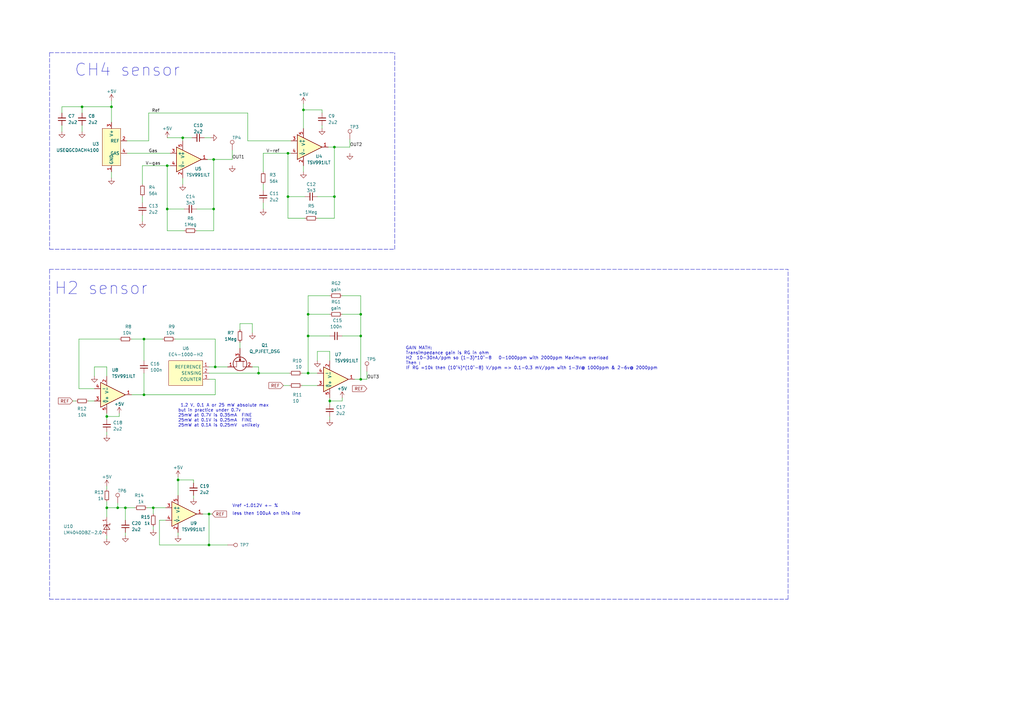
<source format=kicad_sch>
(kicad_sch (version 20211123) (generator eeschema)
  (paper "A3")
  (lib_symbols
    (symbol "Connector:TestPoint" (pin_numbers hide) (pin_names (offset 0.762) hide)
      (property "Reference" "TP" (at 0 6.858 0))
      (property "Value" "TestPoint" (at 0 5.08 0))
      (symbol "TestPoint_0_1"
        (circle (center 0 3.302) (radius 0.762))
      )
      (symbol "TestPoint_1_1"
        (pin passive line (at 0 0 90) (length 2.54) (name "1") (number "1"))
      )
    )
    (symbol "Device:C_Small" (pin_numbers hide) (pin_names (offset 0.254) hide)
      (property "Reference" "C" (at 0.254 1.778 0))
      (property "Value" "C_Small" (at 0.254 -2.032 0))
      (symbol "C_Small_0_1"
        (polyline (pts (xy -1.524 -0.508) (xy 1.524 -0.508)) (stroke (width 0.3302)))
        (polyline (pts (xy -1.524 0.508) (xy 1.524 0.508)) (stroke (width 0.3048)))
      )
      (symbol "C_Small_1_1"
        (pin passive line (at 0 2.54 270) (length 2.032) (name "~") (number "1"))
        (pin passive line (at 0 -2.54 90) (length 2.032) (name "~") (number "2"))
      )
    )
    (symbol "Device:Q_PJFET_DSG" (pin_names (offset 0) hide)
      (property "Reference" "Q" (at 5.08 1.27 0))
      (property "Value" "Q_PJFET_DSG" (at 5.08 -1.27 0))
      (symbol "Q_PJFET_DSG_0_1"
        (polyline (pts (xy 0.254 1.905) (xy 0.254 -1.905) (xy 0.254 -1.905)) (stroke (width 0.254)))
        (polyline (pts (xy 2.54 -2.54) (xy 2.54 -1.27) (xy 0.254 -1.27)))
        (polyline (pts (xy 2.54 2.54) (xy 2.54 1.397) (xy 0.254 1.397)))
        (polyline (pts (xy -1.143 0) (xy -0.127 0.381) (xy -0.127 -0.381) (xy -1.143 0)) (fill (type outline)))
        (circle (center 1.27 0) (radius 2.8194) (stroke (width 0.254)))
      )
      (symbol "Q_PJFET_DSG_1_1"
        (pin passive line (at 2.54 5.08 270) (length 2.54) (name "D") (number "1"))
        (pin passive line (at 2.54 -5.08 90) (length 2.54) (name "S") (number "2"))
        (pin input line (at -5.08 0 0) (length 5.334) (name "G") (number "3"))
      )
    )
    (symbol "Device:R_Small" (pin_numbers hide) (pin_names (offset 0.254) hide)
      (property "Reference" "R" (at 0.762 0.508 0))
      (property "Value" "R_Small" (at 0.762 -1.016 0))
      (symbol "R_Small_0_1"
        (rectangle (start -0.762 1.778) (end 0.762 -1.778) (stroke (width 0.2032)))
      )
      (symbol "R_Small_1_1"
        (pin passive line (at 0 2.54 270) (length 0.762) (name "~") (number "1"))
        (pin passive line (at 0 -2.54 90) (length 0.762) (name "~") (number "2"))
      )
    )
    (symbol "My_custom_lib:EC4-1000-H2"
      (property "Reference" "U" (at 7.62 8.89 0))
      (property "Value" "EC4-1000-H2" (at -2.54 6.35 0))
      (symbol "EC4-1000-H2_0_1"
        (rectangle (start 3.81 5.08) (end -10.16 -5.08) (fill (type background)))
      )
      (symbol "EC4-1000-H2_1_1"
        (pin input line (at 6.35 2.54 180) (length 2.54) (name "REFERENCE") (number "1"))
        (pin input line (at 6.35 0 180) (length 2.54) (name "SENSING") (number "2"))
        (pin input line (at 6.35 -2.54 180) (length 2.54) (name "COUNTER") (number "3"))
      )
    )
    (symbol "My_custom_lib:TSV991ILT"
      (property "Reference" "U" (at 1.27 10.16 0))
      (property "Value" "TSV991ILT" (at 7.62 6.35 0))
      (symbol "TSV991ILT_0_1"
        (polyline (pts (xy -2.54 5.08) (xy 7.62 0) (xy -2.54 -5.08) (xy -2.54 5.08)) (stroke (width 0.254)) (fill (type background)))
        (pin power_in line (at 0 -7.62 90) (length 3.81) (name "V-") (number "2"))
        (pin power_in line (at 0 7.62 270) (length 3.81) (name "V+") (number "5"))
      )
      (symbol "TSV991ILT_1_1"
        (pin output line (at 10.16 0 180) (length 2.54) (name "~") (number "1"))
        (pin input line (at -5.08 2.54 0) (length 2.54) (name "+") (number "3"))
        (pin input line (at -5.08 -2.54 0) (length 2.54) (name "-") (number "4"))
      )
    )
    (symbol "My_custom_lib:USEQGCDACH4100"
      (property "Reference" "U" (at 16.51 11.43 0))
      (property "Value" "USEQGCDACH4100" (at 16.51 11.43 0))
      (symbol "USEQGCDACH4100_0_1"
        (rectangle (start 3.81 7.62) (end -3.81 -7.62) (fill (type background)))
      )
      (symbol "USEQGCDACH4100_1_1"
        (pin input line (at 0 -10.16 90) (length 2.54) (name "GND") (number "1"))
        (pin input line (at 6.35 2.54 180) (length 2.54) (name "REF") (number "2"))
        (pin input line (at 0 10.16 270) (length 2.54) (name "V+") (number "3"))
        (pin input line (at 6.35 -2.54 180) (length 2.54) (name "GAS") (number "4"))
      )
    )
    (symbol "Reference_Voltage:LM4040DBZ-2.0" (pin_names (offset 0.0254) hide)
      (property "Reference" "U" (at 0 2.54 0))
      (property "Value" "LM4040DBZ-2.0" (at 0 -3.175 0))
      (symbol "LM4040DBZ-2.0_0_1"
        (polyline (pts (xy -1.27 0) (xy 0 0) (xy 1.27 0)))
        (polyline (pts (xy -1.27 -1.27) (xy 0.635 0) (xy -1.27 1.27) (xy -1.27 -1.27)) (stroke (width 0.2032)))
        (polyline (pts (xy 0 -1.27) (xy 0.635 -1.27) (xy 0.635 1.27) (xy 1.27 1.27)) (stroke (width 0.2032)))
      )
      (symbol "LM4040DBZ-2.0_1_1"
        (pin passive line (at 3.81 0 180) (length 2.54) (name "K") (number "1"))
        (pin passive line (at -3.81 0 0) (length 2.54) (name "A") (number "2"))
      )
    )
    (symbol "power:+5V" (power) (pin_names (offset 0))
      (property "Value" "+5V" (at 0 3.556 0))
      (symbol "+5V_0_1"
        (polyline (pts (xy -0.762 1.27) (xy 0 2.54)))
        (polyline (pts (xy 0 0) (xy 0 2.54)))
        (polyline (pts (xy 0 2.54) (xy 0.762 1.27)))
      )
      (symbol "+5V_1_1"
        (pin power_in line (at 0 0 90) (length 0) hide (name "+5V") (number "1"))
      )
    )
    (symbol "power:GND" (power) (pin_names (offset 0))
      (property "Value" "GND" (at 0 -3.81 0))
      (symbol "GND_0_1"
        (polyline (pts (xy 0 0) (xy 0 -1.27) (xy 1.27 -1.27) (xy 0 -2.54) (xy -1.27 -1.27) (xy 0 -1.27)))
      )
      (symbol "GND_1_1"
        (pin power_in line (at 0 0 270) (length 0) hide (name "GND") (number "1"))
      )
    )
  )
  (junction (at 48.26 208.28))
  (junction (at 147.955 155.575))
  (junction (at 135.255 164.465))
  (junction (at 87.63 65.405))
  (junction (at 147.955 137.795))
  (junction (at 33.655 43.815))
  (junction (at 68.58 67.945))
  (junction (at 68.58 85.725))
  (junction (at 85.725 223.52))
  (junction (at 43.815 208.28))
  (junction (at 59.055 161.925))
  (junction (at 51.435 208.28))
  (junction (at 118.11 62.865))
  (junction (at 43.815 170.815))
  (junction (at 85.725 210.82))
  (junction (at 106.045 153.035))
  (junction (at 73.025 196.85))
  (junction (at 126.365 128.905))
  (junction (at 124.46 45.085))
  (junction (at 88.265 150.495))
  (junction (at 59.055 139.065))
  (junction (at 87.63 85.725))
  (junction (at 118.11 80.645))
  (junction (at 45.72 43.815))
  (junction (at 126.365 153.035))
  (junction (at 137.16 60.325))
  (junction (at 62.865 208.28))
  (junction (at 74.93 56.515))
  (junction (at 147.955 128.905))
  (junction (at 137.16 80.645))
  (junction (at 126.365 137.795))
  (wire (pts (xy 68.58 67.945) (xy 69.85 67.945)))
  (wire (pts (xy 33.655 46.355) (xy 33.655 43.815)))
  (wire (pts (xy 132.08 45.085) (xy 132.08 46.355)))
  (wire (pts (xy 135.255 121.285) (xy 126.365 121.285)))
  (polyline (pts (xy 20.32 245.745) (xy 323.215 245.745)))
  (wire (pts (xy 43.815 170.815) (xy 43.815 172.085)))
  (polyline (pts (xy 20.32 110.49) (xy 20.32 245.745)))
  (wire (pts (xy 33.655 53.975) (xy 33.655 51.435)))
  (wire (pts (xy 65.405 213.36) (xy 65.405 223.52)))
  (polyline (pts (xy 20.32 21.59) (xy 161.925 21.59)))
  (wire (pts (xy 73.025 195.58) (xy 73.025 196.85)))
  (wire (pts (xy 106.045 150.495) (xy 106.045 153.035)))
  (wire (pts (xy 107.95 78.105) (xy 107.95 75.565)))
  (wire (pts (xy 87.63 94.615) (xy 87.63 85.725)))
  (wire (pts (xy 107.95 62.865) (xy 118.11 62.865)))
  (wire (pts (xy 88.265 150.495) (xy 93.345 150.495)))
  (wire (pts (xy 135.255 147.955) (xy 135.255 144.145)))
  (wire (pts (xy 48.895 139.065) (xy 32.385 139.065)))
  (wire (pts (xy 118.11 62.865) (xy 118.11 80.645)))
  (wire (pts (xy 59.055 161.925) (xy 88.265 161.925)))
  (wire (pts (xy 126.365 137.795) (xy 126.365 153.035)))
  (polyline (pts (xy 20.32 110.49) (xy 323.215 110.49)))
  (wire (pts (xy 137.16 80.645) (xy 137.16 60.325)))
  (wire (pts (xy 74.93 75.565) (xy 74.93 73.025)))
  (wire (pts (xy 85.725 150.495) (xy 88.265 150.495)))
  (polyline (pts (xy 20.32 102.235) (xy 161.925 102.235)))
  (wire (pts (xy 147.955 137.795) (xy 140.335 137.795)))
  (wire (pts (xy 88.265 139.065) (xy 71.755 139.065)))
  (wire (pts (xy 48.895 169.545) (xy 48.895 170.815)))
  (polyline (pts (xy 161.925 102.235) (xy 161.925 21.59)))
  (wire (pts (xy 45.72 43.815) (xy 45.72 50.165)))
  (wire (pts (xy 130.175 80.645) (xy 137.16 80.645)))
  (wire (pts (xy 79.375 196.85) (xy 79.375 198.12)))
  (wire (pts (xy 106.045 153.035) (xy 118.745 153.035)))
  (wire (pts (xy 147.955 137.795) (xy 147.955 128.905)))
  (wire (pts (xy 150.495 155.575) (xy 150.495 152.4)))
  (wire (pts (xy 147.955 155.575) (xy 150.495 155.575)))
  (wire (pts (xy 38.735 164.465) (xy 36.195 164.465)))
  (wire (pts (xy 73.025 196.85) (xy 73.025 203.2)))
  (wire (pts (xy 60.96 46.355) (xy 101.6 46.355)))
  (wire (pts (xy 137.16 89.535) (xy 137.16 80.645)))
  (wire (pts (xy 119.38 57.785) (xy 101.6 57.785)))
  (wire (pts (xy 124.46 45.085) (xy 132.08 45.085)))
  (wire (pts (xy 135.255 164.465) (xy 135.255 165.735)))
  (wire (pts (xy 118.11 62.865) (xy 119.38 62.865)))
  (wire (pts (xy 85.725 210.82) (xy 83.185 210.82)))
  (wire (pts (xy 103.505 132.715) (xy 103.505 136.525)))
  (wire (pts (xy 85.725 223.52) (xy 93.345 223.52)))
  (wire (pts (xy 135.255 163.195) (xy 135.255 164.465)))
  (wire (pts (xy 103.505 150.495) (xy 106.045 150.495)))
  (wire (pts (xy 86.36 56.515) (xy 83.82 56.515)))
  (wire (pts (xy 107.95 85.725) (xy 107.95 83.185)))
  (wire (pts (xy 43.815 150.495) (xy 38.735 150.495)))
  (wire (pts (xy 25.4 43.815) (xy 33.655 43.815)))
  (wire (pts (xy 126.365 153.035) (xy 123.825 153.035)))
  (wire (pts (xy 147.955 128.905) (xy 140.335 128.905)))
  (wire (pts (xy 147.955 155.575) (xy 147.955 137.795)))
  (wire (pts (xy 43.815 178.435) (xy 43.815 177.165)))
  (wire (pts (xy 66.675 139.065) (xy 59.055 139.065)))
  (wire (pts (xy 87.63 85.725) (xy 87.63 65.405)))
  (wire (pts (xy 51.435 219.71) (xy 51.435 218.44)))
  (wire (pts (xy 25.4 53.975) (xy 25.4 51.435)))
  (wire (pts (xy 48.895 170.815) (xy 43.815 170.815)))
  (wire (pts (xy 130.175 153.035) (xy 126.365 153.035)))
  (wire (pts (xy 107.95 70.485) (xy 107.95 62.865)))
  (wire (pts (xy 48.26 208.28) (xy 43.815 208.28)))
  (wire (pts (xy 147.955 128.905) (xy 147.955 121.285)))
  (wire (pts (xy 118.11 89.535) (xy 125.095 89.535)))
  (wire (pts (xy 143.51 60.325) (xy 143.51 57.15)))
  (wire (pts (xy 52.07 57.785) (xy 60.96 57.785)))
  (wire (pts (xy 69.85 62.865) (xy 52.07 62.865)))
  (wire (pts (xy 106.045 153.035) (xy 85.725 153.035)))
  (wire (pts (xy 45.72 41.275) (xy 45.72 43.815)))
  (wire (pts (xy 48.26 208.28) (xy 48.26 206.375)))
  (wire (pts (xy 58.42 75.565) (xy 58.42 67.945)))
  (wire (pts (xy 43.815 169.545) (xy 43.815 170.815)))
  (wire (pts (xy 95.25 65.405) (xy 87.63 65.405)))
  (wire (pts (xy 51.435 208.28) (xy 48.26 208.28)))
  (polyline (pts (xy 323.215 245.745) (xy 323.215 110.49)))
  (wire (pts (xy 55.245 208.28) (xy 51.435 208.28)))
  (wire (pts (xy 135.255 144.145) (xy 130.175 144.145)))
  (wire (pts (xy 68.58 94.615) (xy 75.565 94.615)))
  (wire (pts (xy 95.25 65.405) (xy 95.25 61.595)))
  (wire (pts (xy 45.72 73.025) (xy 45.72 70.485)))
  (wire (pts (xy 135.255 137.795) (xy 126.365 137.795)))
  (wire (pts (xy 60.325 208.28) (xy 62.865 208.28)))
  (wire (pts (xy 98.425 142.875) (xy 98.425 140.335)))
  (wire (pts (xy 132.08 52.705) (xy 132.08 51.435)))
  (wire (pts (xy 73.025 219.71) (xy 73.025 218.44)))
  (wire (pts (xy 43.815 208.28) (xy 43.815 212.09)))
  (wire (pts (xy 73.025 196.85) (xy 79.375 196.85)))
  (wire (pts (xy 58.42 83.185) (xy 58.42 80.645)))
  (wire (pts (xy 43.815 154.305) (xy 43.815 150.495)))
  (wire (pts (xy 140.335 163.195) (xy 140.335 164.465)))
  (wire (pts (xy 67.945 208.28) (xy 62.865 208.28)))
  (wire (pts (xy 79.375 204.47) (xy 79.375 203.2)))
  (wire (pts (xy 80.645 94.615) (xy 87.63 94.615)))
  (wire (pts (xy 25.4 46.355) (xy 25.4 43.815)))
  (wire (pts (xy 87.63 65.405) (xy 85.09 65.405)))
  (wire (pts (xy 98.425 135.255) (xy 98.425 132.715)))
  (polyline (pts (xy 20.32 21.59) (xy 20.32 102.235)))
  (wire (pts (xy 74.93 56.515) (xy 78.74 56.515)))
  (wire (pts (xy 135.255 128.905) (xy 126.365 128.905)))
  (wire (pts (xy 130.175 158.115) (xy 123.825 158.115)))
  (wire (pts (xy 58.42 67.945) (xy 68.58 67.945)))
  (wire (pts (xy 85.725 223.52) (xy 85.725 210.82)))
  (wire (pts (xy 98.425 132.715) (xy 103.505 132.715)))
  (wire (pts (xy 68.58 67.945) (xy 68.58 85.725)))
  (wire (pts (xy 59.055 139.065) (xy 59.055 147.955)))
  (wire (pts (xy 130.175 144.145) (xy 130.175 147.955)))
  (wire (pts (xy 118.11 80.645) (xy 125.095 80.645)))
  (wire (pts (xy 51.435 208.28) (xy 51.435 213.36)))
  (wire (pts (xy 33.655 43.815) (xy 45.72 43.815)))
  (wire (pts (xy 58.42 90.805) (xy 58.42 88.265)))
  (wire (pts (xy 101.6 46.355) (xy 101.6 57.785)))
  (wire (pts (xy 80.645 85.725) (xy 87.63 85.725)))
  (wire (pts (xy 88.265 161.925) (xy 88.265 155.575)))
  (wire (pts (xy 43.815 220.98) (xy 43.815 219.71)))
  (wire (pts (xy 43.815 205.74) (xy 43.815 208.28)))
  (wire (pts (xy 126.365 121.285) (xy 126.365 128.905)))
  (wire (pts (xy 124.46 70.485) (xy 124.46 67.945)))
  (wire (pts (xy 67.945 213.36) (xy 65.405 213.36)))
  (wire (pts (xy 68.58 85.725) (xy 68.58 94.615)))
  (wire (pts (xy 126.365 128.905) (xy 126.365 137.795)))
  (wire (pts (xy 116.205 158.115) (xy 118.745 158.115)))
  (wire (pts (xy 145.415 155.575) (xy 147.955 155.575)))
  (wire (pts (xy 32.385 139.065) (xy 32.385 159.385)))
  (wire (pts (xy 62.865 208.28) (xy 62.865 210.82)))
  (wire (pts (xy 59.055 139.065) (xy 53.975 139.065)))
  (wire (pts (xy 135.255 172.085) (xy 135.255 170.815)))
  (wire (pts (xy 59.055 153.035) (xy 59.055 161.925)))
  (wire (pts (xy 62.865 217.17) (xy 62.865 215.9)))
  (wire (pts (xy 130.175 89.535) (xy 137.16 89.535)))
  (wire (pts (xy 68.58 56.515) (xy 74.93 56.515)))
  (wire (pts (xy 124.46 45.085) (xy 124.46 52.705)))
  (wire (pts (xy 88.265 155.575) (xy 85.725 155.575)))
  (wire (pts (xy 74.93 56.515) (xy 74.93 57.785)))
  (wire (pts (xy 143.51 60.325) (xy 137.16 60.325)))
  (wire (pts (xy 68.58 85.725) (xy 75.565 85.725)))
  (wire (pts (xy 86.995 210.82) (xy 85.725 210.82)))
  (wire (pts (xy 137.16 60.325) (xy 134.62 60.325)))
  (wire (pts (xy 88.265 150.495) (xy 88.265 139.065)))
  (wire (pts (xy 38.735 150.495) (xy 38.735 154.305)))
  (wire (pts (xy 29.845 164.465) (xy 31.115 164.465)))
  (wire (pts (xy 53.975 161.925) (xy 59.055 161.925)))
  (wire (pts (xy 118.11 80.645) (xy 118.11 89.535)))
  (wire (pts (xy 43.815 200.66) (xy 43.815 199.39)))
  (wire (pts (xy 124.46 42.545) (xy 124.46 45.085)))
  (wire (pts (xy 60.96 57.785) (xy 60.96 46.355)))
  (wire (pts (xy 65.405 223.52) (xy 85.725 223.52)))
  (wire (pts (xy 140.335 164.465) (xy 135.255 164.465)))
  (wire (pts (xy 38.735 159.385) (xy 32.385 159.385)))
  (wire (pts (xy 147.955 121.285) (xy 140.335 121.285)))
  (text "GAIN MATH: \nTransimpedance gain is RG in ohm\nH2  10-30nA/ppm so (1-3)*10^-8   0-1000ppm with 2000ppm Maximum overload\nThen :\nIF RG =10k then (10^4)*(10^-8) V/ppm => 0.1-0.3 mV/ppm with 1-3V@ 1000ppm & 2-6v@ 2000ppm" (at 166.37 151.765 0) (effects (font (size 1.27 1.27)) (justify left bottom)))
  (text "Vref ~1.012V +- %" (at 95.25 208.28 0) (effects (font (size 1.27 1.27)) (justify left bottom)))
  (text "less then 100uA on this line" (at 95.25 211.455 0) (effects (font (size 1.27 1.27)) (justify left bottom)))
  (text "CH4 sensor" (at 30.48 31.75 0) (effects (font (size 5 5)) (justify left bottom)))
  (text " 1.2 V, 0.1 A or 25 mW absolute max\nbut in practice under 0.7v\n25mW at 0.7V is 0.35mA  FINE\n25mW at 0.1V is 0.25mA  FINE\n25mW at 0.1A is 0.25mV  unlikely" (at 73.025 175.26 0) (effects (font (size 1.27 1.27)) (justify left bottom)))
  (text "H2 sensor" (at 22.225 121.285 0) (effects (font (size 5 5)) (justify left bottom)))
  (label "Gas" (at 60.96 62.865 0))
  (label "Ref" (at 62.23 46.355 0))
  (label "OUT1" (at 95.25 65.405 0))
  (label "V-gas" (at 59.69 67.945 0))
  (label "V-ref" (at 109.22 62.865 0))
  (label "OUT3" (at 150.495 155.575 0))
  (label "OUT2" (at 143.51 60.325 0))
  (global_label "REF" (shape input) (at 86.995 210.82 0) (property "Intersheet References" "${INTERSHEET_REFS}" (effects hide)))
  (global_label "REF" (shape input) (at 116.205 158.115 180) (property "Intersheet References" "${INTERSHEET_REFS}" (effects hide)))
  (global_label "REF" (shape input) (at 150.495 159.385 180) (property "Intersheet References" "${INTERSHEET_REFS}" (effects hide)))
  (global_label "REF" (shape input) (at 29.845 164.465 180) (property "Intersheet References" "${INTERSHEET_REFS}" (effects hide)))
  (symbol (lib_id "power:+5V") (at 124.46 42.545 0) (unit 1)
    (property "Reference" "#PWR015" (effects hide))
    (property "Value" "+5V" (at 124.46 38.735 0))
  )
  (symbol (lib_id "power:GND") (at 58.42 90.805 0) (unit 1)
    (property "Reference" "#PWR027" (effects hide))
    (property "Value" "GND" (effects hide))
  )
  (symbol (lib_id "Connector:TestPoint") (at 93.345 223.52 270) (unit 1) (in_bom no)
    (property "Reference" "TP7" (at 98.425 223.5199 90) (effects (justify left)))
    (property "Value" "TestPoint" (effects hide))
    (property "Footprint" "TestPoint:TestPoint_THTPad_2.0x2.0mm_Drill1.0mm" (effects hide))
  )
  (symbol (lib_id "Device:C_Small") (at 58.42 85.725 180) (unit 1)
    (property "Reference" "C13" (at 60.96 84.4485 0) (effects (justify right)))
    (property "Value" "2u2" (at 60.96 86.9885 0) (effects (justify right)))
    (property "Footprint" "Capacitor_SMD:C_0603_1608Metric" (effects hide))
    (property "LCSC" "C23630" (effects hide))
  )
  (symbol (lib_id "Device:C_Small") (at 33.655 48.895 180) (unit 1)
    (property "Reference" "C8" (at 36.195 47.6185 0) (effects (justify right)))
    (property "Value" "2u2" (at 36.195 50.1585 0) (effects (justify right)))
    (property "Footprint" "Capacitor_SMD:C_0603_1608Metric" (effects hide))
    (property "LCSC" "C23630" (effects hide))
  )
  (symbol (lib_id "Device:R_Small") (at 121.285 158.115 90) (unit 1)
    (property "Reference" "R11" (at 120.015 161.925 90) (effects (justify right)))
    (property "Value" "10" (at 120.015 164.465 90) (effects (justify right)))
    (property "Footprint" "Resistor_SMD:R_0603_1608Metric" (effects hide))
    (property "LCSC" "C22859" (effects hide))
  )
  (symbol (lib_id "Device:R_Small") (at 69.215 139.065 270) (unit 1)
    (property "Reference" "R9" (at 71.755 133.985 90) (effects (justify right)))
    (property "Value" "10k" (at 71.755 136.525 90) (effects (justify right)))
    (property "Footprint" "Resistor_SMD:R_0603_1608Metric" (effects hide))
    (property "LCSC" "C25804" (effects hide))
  )
  (symbol (lib_id "power:GND") (at 107.95 85.725 0) (unit 1)
    (property "Reference" "#PWR026" (effects hide))
    (property "Value" "GND" (effects hide))
  )
  (symbol (lib_id "Device:R_Small") (at 43.815 203.2 0) (unit 1)
    (property "Reference" "R13" (at 42.545 201.93 0) (effects (justify right)))
    (property "Value" "1k" (at 42.545 204.47 0) (effects (justify right)))
    (property "Footprint" "Resistor_SMD:R_0603_1608Metric" (effects hide))
    (property "LCSC" "C21190" (effects hide))
  )
  (symbol (lib_id "Device:R_Small") (at 62.865 213.36 0) (unit 1)
    (property "Reference" "R15" (at 61.595 212.09 0) (effects (justify right)))
    (property "Value" "1k" (at 61.595 214.63 0) (effects (justify right)))
    (property "Footprint" "Resistor_SMD:R_0603_1608Metric" (effects hide))
    (property "LCSC" "C21190" (effects hide))
  )
  (symbol (lib_id "power:GND") (at 124.46 70.485 0) (unit 1)
    (property "Reference" "#PWR023" (effects hide))
    (property "Value" "GND" (effects hide))
  )
  (symbol (lib_id "power:+5V") (at 68.58 56.515 0) (unit 1)
    (property "Reference" "#PWR019" (effects hide))
    (property "Value" "+5V" (at 68.58 52.705 0))
  )
  (symbol (lib_id "power:GND") (at 130.175 147.955 0) (unit 1)
    (property "Reference" "#PWR029" (effects hide))
    (property "Value" "GND" (effects hide))
  )
  (symbol (lib_id "Device:R_Small") (at 127.635 89.535 270) (unit 1)
    (property "Reference" "R5" (at 127.635 84.455 90))
    (property "Value" "1Meg" (at 127.635 86.995 90))
    (property "Footprint" "Resistor_SMD:R_0603_1608Metric" (effects hide))
    (property "LCSC" "C22935" (effects hide))
  )
  (symbol (lib_id "Device:R_Small") (at 137.795 128.905 270) (unit 1)
    (property "Reference" "RG1" (at 137.795 123.825 90))
    (property "Value" "gain" (at 137.795 126.365 90))
    (property "Footprint" "Resistor_SMD:R_0603_1608Metric" (effects hide))
    (property "LCSC" "x" (effects hide))
  )
  (symbol (lib_id "power:GND") (at 132.08 52.705 0) (unit 1)
    (property "Reference" "#PWR016" (effects hide))
    (property "Value" "GND" (effects hide))
  )
  (symbol (lib_id "power:GND") (at 74.93 75.565 0) (unit 1)
    (property "Reference" "#PWR025" (effects hide))
    (property "Value" "GND" (effects hide))
  )
  (symbol (lib_id "power:GND") (at 45.72 73.025 0) (unit 1)
    (property "Reference" "#PWR024" (effects hide))
    (property "Value" "GND" (effects hide))
  )
  (symbol (lib_id "power:+5V") (at 43.815 199.39 0) (unit 1)
    (property "Reference" "#PWR036" (effects hide))
    (property "Value" "+5V" (at 43.815 195.58 0))
  )
  (symbol (lib_id "Device:R_Small") (at 58.42 78.105 180) (unit 1)
    (property "Reference" "R4" (at 60.96 76.8349 0) (effects (justify right)))
    (property "Value" "56k" (at 60.96 79.3749 0) (effects (justify right)))
    (property "Footprint" "Resistor_SMD:R_0603_1608Metric" (effects hide))
    (property "LCSC" "C23206" (effects hide))
  )
  (symbol (lib_id "power:GND") (at 86.36 56.515 90) (unit 1)
    (property "Reference" "#PWR020" (effects hide))
    (property "Value" "GND" (effects hide))
  )
  (symbol (lib_id "Device:R_Small") (at 57.785 208.28 270) (unit 1)
    (property "Reference" "R14" (at 59.055 203.2 90) (effects (justify right)))
    (property "Value" "1k" (at 59.055 205.74 90) (effects (justify right)))
    (property "Footprint" "Resistor_SMD:R_0603_1608Metric" (effects hide))
    (property "LCSC" "C21190" (effects hide))
  )
  (symbol (lib_id "Device:C_Small") (at 25.4 48.895 180) (unit 1)
    (property "Reference" "C7" (at 27.94 47.6185 0) (effects (justify right)))
    (property "Value" "2u2" (at 27.94 50.1585 0) (effects (justify right)))
    (property "Footprint" "Capacitor_SMD:C_0603_1608Metric" (effects hide))
    (property "LCSC" "C23630" (effects hide))
  )
  (symbol (lib_id "power:+5V") (at 140.335 163.195 0) (unit 1)
    (property "Reference" "#PWR031" (effects hide))
    (property "Value" "+5V" (at 140.335 159.385 0))
  )
  (symbol (lib_id "Device:R_Small") (at 78.105 94.615 270) (unit 1)
    (property "Reference" "R6" (at 78.105 89.535 90))
    (property "Value" "1Meg" (at 78.105 92.075 90))
    (property "Footprint" "Resistor_SMD:R_0603_1608Metric" (effects hide))
    (property "LCSC" "C22935" (effects hide))
  )
  (symbol (lib_id "Connector:TestPoint") (at 48.26 206.375 0) (unit 1) (in_bom no)
    (property "Reference" "TP6" (at 48.2599 201.295 0) (effects (justify left)))
    (property "Value" "TestPoint" (effects hide))
    (property "Footprint" "TestPoint:TestPoint_THTPad_2.0x2.0mm_Drill1.0mm" (effects hide))
  )
  (symbol (lib_id "power:+5V") (at 73.025 195.58 0) (unit 1)
    (property "Reference" "#PWR035" (effects hide))
    (property "Value" "+5V" (at 73.025 191.77 0))
  )
  (symbol (lib_id "Device:Q_PJFET_DSG") (at 98.425 147.955 90) (mirror x) (unit 1)
    (property "Reference" "Q1" (at 108.585 141.605 90))
    (property "Value" "Q_PJFET_DSG" (at 108.585 144.145 90))
    (property "Footprint" "Package_TO_SOT_SMD:SOT-23" (effects hide))
    (property "LCSC" "C106763" (effects hide))
  )
  (symbol (lib_id "My_custom_lib:TSV991ILT") (at 73.025 210.82 0) (unit 1)
    (property "Reference" "U9" (at 79.375 214.63 0))
    (property "Value" "TSV991ILT" (at 79.375 217.17 0))
    (property "Footprint" "Package_TO_SOT_SMD:SOT-23-5_HandSoldering" (effects hide))
    (property "LCSC" "C157443" (effects hide))
  )
  (symbol (lib_id "Device:R_Small") (at 107.95 73.025 180) (unit 1)
    (property "Reference" "R3" (at 110.49 71.7549 0) (effects (justify right)))
    (property "Value" "56k" (at 110.49 74.2949 0) (effects (justify right)))
    (property "Footprint" "Resistor_SMD:R_0603_1608Metric" (effects hide))
    (property "LCSC" "C23206" (effects hide))
  )
  (symbol (lib_id "Device:C_Small") (at 59.055 150.495 180) (unit 1)
    (property "Reference" "C16" (at 61.6015 149.225 0) (effects (justify right)))
    (property "Value" "100n" (at 61.595 151.765 0) (effects (justify right)))
    (property "Footprint" "Capacitor_SMD:C_0603_1608Metric" (effects hide))
    (property "LCSC" "C14663" (effects hide))
  )
  (symbol (lib_id "Device:C_Small") (at 78.105 85.725 270) (unit 1)
    (property "Reference" "C14" (at 78.105 80.645 90))
    (property "Value" "3n3" (at 78.105 83.185 90))
    (property "Footprint" "Capacitor_SMD:C_0603_1608Metric" (effects hide))
    (property "LCSC" "C1613" (effects hide))
  )
  (symbol (lib_id "power:+5V") (at 45.72 41.275 0) (unit 1)
    (property "Reference" "#PWR014" (effects hide))
    (property "Value" "+5V" (at 45.72 37.465 0))
  )
  (symbol (lib_id "Device:R_Small") (at 51.435 139.065 270) (unit 1)
    (property "Reference" "R8" (at 53.975 133.985 90) (effects (justify right)))
    (property "Value" "10k" (at 53.975 136.525 90) (effects (justify right)))
    (property "Footprint" "Resistor_SMD:R_0603_1608Metric" (effects hide))
    (property "LCSC" "C25804" (effects hide))
  )
  (symbol (lib_id "power:GND") (at 103.505 136.525 0) (unit 1)
    (property "Reference" "#PWR028" (effects hide))
    (property "Value" "GND" (effects hide))
  )
  (symbol (lib_id "power:GND") (at 33.655 53.975 0) (unit 1)
    (property "Reference" "#PWR018" (effects hide))
    (property "Value" "GND" (effects hide))
  )
  (symbol (lib_id "Device:C_Small") (at 79.375 200.66 180) (unit 1)
    (property "Reference" "C19" (at 81.915 199.3835 0) (effects (justify right)))
    (property "Value" "2u2" (at 81.915 201.9235 0) (effects (justify right)))
    (property "Footprint" "Capacitor_SMD:C_0603_1608Metric" (effects hide))
    (property "LCSC" "C23630" (effects hide))
  )
  (symbol (lib_id "Device:C_Small") (at 43.815 174.625 180) (unit 1)
    (property "Reference" "C18" (at 46.355 173.3485 0) (effects (justify right)))
    (property "Value" "2u2" (at 46.355 175.8885 0) (effects (justify right)))
    (property "Footprint" "Capacitor_SMD:C_0603_1608Metric" (effects hide))
    (property "LCSC" "C23630" (effects hide))
  )
  (symbol (lib_id "power:GND") (at 43.815 178.435 0) (unit 1)
    (property "Reference" "#PWR034" (effects hide))
    (property "Value" "GND" (effects hide))
  )
  (symbol (lib_id "power:GND") (at 143.51 62.865 0) (unit 1)
    (property "Reference" "#PWR021" (effects hide))
    (property "Value" "GND" (effects hide))
  )
  (symbol (lib_id "Device:R_Small") (at 137.795 121.285 270) (unit 1)
    (property "Reference" "RG2" (at 137.795 116.205 90))
    (property "Value" "gain" (at 137.795 118.745 90))
    (property "Footprint" "Resistor_SMD:R_0603_1608Metric" (effects hide))
    (property "LCSC" "x" (effects hide))
  )
  (symbol (lib_id "My_custom_lib:TSV991ILT") (at 74.93 65.405 0) (unit 1)
    (property "Reference" "U5" (at 81.28 69.215 0))
    (property "Value" "TSV991ILT" (at 81.28 71.755 0))
    (property "Footprint" "Package_TO_SOT_SMD:SOT-23-5_HandSoldering" (effects hide))
    (property "LCSC" "C157443" (effects hide))
  )
  (symbol (lib_id "power:+5V") (at 48.895 169.545 0) (unit 1)
    (property "Reference" "#PWR032" (effects hide))
    (property "Value" "+5V" (at 48.895 165.735 0))
  )
  (symbol (lib_id "power:GND") (at 79.375 204.47 0) (unit 1)
    (property "Reference" "#PWR037" (effects hide))
    (property "Value" "GND" (effects hide))
  )
  (symbol (lib_id "Device:C_Small") (at 81.28 56.515 270) (unit 1)
    (property "Reference" "C10" (at 81.28 51.435 90))
    (property "Value" "2u2" (at 81.28 53.975 90))
    (property "Footprint" "Capacitor_SMD:C_0603_1608Metric" (effects hide))
    (property "LCSC" "C23630" (effects hide))
  )
  (symbol (lib_id "Device:C_Small") (at 51.435 215.9 180) (unit 1)
    (property "Reference" "C20" (at 53.975 214.6235 0) (effects (justify right)))
    (property "Value" "2u2" (at 53.975 217.1635 0) (effects (justify right)))
    (property "Footprint" "Capacitor_SMD:C_0603_1608Metric" (effects hide))
    (property "LCSC" "C23630" (effects hide))
  )
  (symbol (lib_id "power:GND") (at 43.815 220.98 0) (unit 1)
    (property "Reference" "#PWR041" (effects hide))
    (property "Value" "GND" (effects hide))
  )
  (symbol (lib_id "Device:R_Small") (at 33.655 164.465 270) (unit 1)
    (property "Reference" "R12" (at 35.56 167.64 90) (effects (justify right)))
    (property "Value" "10k" (at 35.56 170.18 90) (effects (justify right)))
    (property "Footprint" "Resistor_SMD:R_0603_1608Metric" (effects hide))
    (property "LCSC" "C25804" (effects hide))
  )
  (symbol (lib_id "My_custom_lib:USEQGCDACH4100") (at 45.72 60.325 0) (unit 1)
    (property "Reference" "U3" (at 40.64 59.0549 0) (effects (justify right)))
    (property "Value" "USEQGCDACH4100" (at 40.64 61.5949 0) (effects (justify right)))
    (property "Footprint" "Z_mycustom_footprint_lib:KEMET-4-PIN-GAS-SENSOR" (effects hide))
    (property "Datasheet" "https://ro.mouser.com/datasheet/2/212/1/KEM_SE0213_QGC-1847234.pdf" (effects hide))
    (property "MOUSER" " 80-USEQGCDACH4100" (effects hide))
  )
  (symbol (lib_id "power:GND") (at 95.25 67.945 0) (unit 1)
    (property "Reference" "#PWR022" (effects hide))
    (property "Value" "GND" (effects hide))
  )
  (symbol (lib_id "power:GND") (at 25.4 53.975 0) (unit 1)
    (property "Reference" "#PWR017" (effects hide))
    (property "Value" "GND" (effects hide))
  )
  (symbol (lib_id "power:GND") (at 73.025 219.71 0) (unit 1)
    (property "Reference" "#PWR040" (effects hide))
    (property "Value" "GND" (effects hide))
  )
  (symbol (lib_id "Reference_Voltage:LM4040DBZ-2.0") (at 43.815 215.9 270) (mirror x) (unit 1)
    (property "Reference" "U10" (at 26.035 215.9 90) (effects (justify left)))
    (property "Value" "LM4040DBZ-2.0" (at 26.035 218.44 90) (effects (justify left)))
    (property "Footprint" "Package_TO_SOT_SMD:SOT-23" (effects hide))
    (property "Datasheet" "http://www.ti.com/lit/ds/symlink/lm4040-n.pdf" (effects hide))
    (property "LCSC" "C431732" (effects hide))
  )
  (symbol (lib_id "Device:R_Small") (at 98.425 137.795 0) (unit 1)
    (property "Reference" "R7" (at 94.615 136.525 0))
    (property "Value" "1Meg" (at 94.615 139.065 0))
    (property "Footprint" "Resistor_SMD:R_0603_1608Metric" (effects hide))
    (property "LCSC" "C22935" (effects hide))
  )
  (symbol (lib_id "My_custom_lib:TSV991ILT") (at 135.255 155.575 0) (mirror x) (unit 1)
    (property "Reference" "U7" (at 137.2744 145.415 0) (effects (justify left)))
    (property "Value" "TSV991ILT" (at 137.2744 147.955 0) (effects (justify left)))
    (property "Footprint" "Package_TO_SOT_SMD:SOT-23-5_HandSoldering" (effects hide))
    (property "LCSC" "C157443" (effects hide))
  )
  (symbol (lib_id "power:GND") (at 135.255 172.085 0) (unit 1)
    (property "Reference" "#PWR033" (effects hide))
    (property "Value" "GND" (effects hide))
  )
  (symbol (lib_id "Device:R_Small") (at 121.285 153.035 270) (unit 1)
    (property "Reference" "R10" (at 123.825 147.955 90) (effects (justify right)))
    (property "Value" "10" (at 123.825 150.495 90) (effects (justify right)))
    (property "Footprint" "Resistor_SMD:R_0603_1608Metric" (effects hide))
    (property "LCSC" "C22859" (effects hide))
  )
  (symbol (lib_id "power:GND") (at 38.735 154.305 0) (unit 1)
    (property "Reference" "#PWR030" (effects hide))
    (property "Value" "GND" (effects hide))
  )
  (symbol (lib_id "Device:C_Small") (at 137.795 137.795 270) (unit 1)
    (property "Reference" "C15" (at 140.3415 131.445 90) (effects (justify right)))
    (property "Value" "100n" (at 140.335 133.985 90) (effects (justify right)))
    (property "Footprint" "Capacitor_SMD:C_0603_1608Metric" (effects hide))
    (property "LCSC" "C14663" (effects hide))
  )
  (symbol (lib_id "My_custom_lib:EC4-1000-H2") (at 79.375 153.035 0) (unit 1)
    (property "Reference" "U6" (at 76.2 142.875 0))
    (property "Value" "EC4-1000-H2" (at 76.2 145.415 0))
    (property "Datasheet" "https://ro.mouser.com/datasheet/2/18/1/AMPH_S_A0009063231_1-2536686.pdf" (effects hide))
    (property "MOUSER" " 523-EC4-1000-H2" (effects hide))
  )
  (symbol (lib_id "power:GND") (at 62.865 217.17 0) (unit 1)
    (property "Reference" "#PWR038" (effects hide))
    (property "Value" "GND" (effects hide))
  )
  (symbol (lib_id "My_custom_lib:TSV991ILT") (at 124.46 60.325 0) (unit 1)
    (property "Reference" "U4" (at 130.81 64.135 0))
    (property "Value" "TSV991ILT" (at 130.81 66.675 0))
    (property "Footprint" "Package_TO_SOT_SMD:SOT-23-5_HandSoldering" (effects hide))
    (property "LCSC" "C157443" (effects hide))
  )
  (symbol (lib_id "Connector:TestPoint") (at 150.495 152.4 0) (unit 1) (in_bom no)
    (property "Reference" "TP5" (at 150.4949 147.32 0) (effects (justify left)))
    (property "Value" "TestPoint" (effects hide))
    (property "Footprint" "TestPoint:TestPoint_THTPad_2.0x2.0mm_Drill1.0mm" (effects hide))
  )
  (symbol (lib_id "Device:C_Small") (at 132.08 48.895 180) (unit 1)
    (property "Reference" "C9" (at 134.62 47.6185 0) (effects (justify right)))
    (property "Value" "2u2" (at 134.62 50.1585 0) (effects (justify right)))
    (property "Footprint" "Capacitor_SMD:C_0603_1608Metric" (effects hide))
    (property "LCSC" "C23630" (effects hide))
  )
  (symbol (lib_id "Device:C_Small") (at 127.635 80.645 270) (unit 1)
    (property "Reference" "C12" (at 127.635 75.565 90))
    (property "Value" "3n3" (at 127.635 78.105 90))
    (property "Footprint" "Capacitor_SMD:C_0603_1608Metric" (effects hide))
    (property "LCSC" "C1613" (effects hide))
  )
  (symbol (lib_id "Connector:TestPoint") (at 143.51 57.15 0) (unit 1) (in_bom no)
    (property "Reference" "TP3" (at 143.5099 52.07 0) (effects (justify left)))
    (property "Value" "TestPoint" (effects hide))
    (property "Footprint" "TestPoint:TestPoint_THTPad_2.0x2.0mm_Drill1.0mm" (effects hide))
  )
  (symbol (lib_id "power:GND") (at 51.435 219.71 0) (unit 1)
    (property "Reference" "#PWR039" (effects hide))
    (property "Value" "GND" (effects hide))
  )
  (symbol (lib_id "Connector:TestPoint") (at 95.25 61.595 0) (unit 1) (in_bom no)
    (property "Reference" "TP4" (at 95.2499 56.515 0) (effects (justify left)))
    (property "Value" "TestPoint" (effects hide))
    (property "Footprint" "TestPoint:TestPoint_THTPad_2.0x2.0mm_Drill1.0mm" (effects hide))
  )
  (symbol (lib_id "Device:C_Small") (at 135.255 168.275 180) (unit 1)
    (property "Reference" "C17" (at 137.795 166.9985 0) (effects (justify right)))
    (property "Value" "2u2" (at 137.795 169.5385 0) (effects (justify right)))
    (property "Footprint" "Capacitor_SMD:C_0603_1608Metric" (effects hide))
    (property "LCSC" "C23630" (effects hide))
  )
  (symbol (lib_id "Device:C_Small") (at 107.95 80.645 180) (unit 1)
    (property "Reference" "C11" (at 110.49 79.3685 0) (effects (justify right)))
    (property "Value" "2u2" (at 110.49 81.9085 0) (effects (justify right)))
    (property "Footprint" "Capacitor_SMD:C_0603_1608Metric" (effects hide))
    (property "LCSC" "C23630" (effects hide))
  )
  (symbol (lib_id "My_custom_lib:TSV991ILT") (at 43.815 161.925 0) (mirror x) (unit 1)
    (property "Reference" "U8" (at 45.8344 151.765 0) (effects (justify left)))
    (property "Value" "TSV991ILT" (at 45.8344 154.305 0) (effects (justify left)))
    (property "Footprint" "Package_TO_SOT_SMD:SOT-23-5_HandSoldering" (effects hide))
    (property "LCSC" "C157443" (effects hide))
  )
)
</source>
